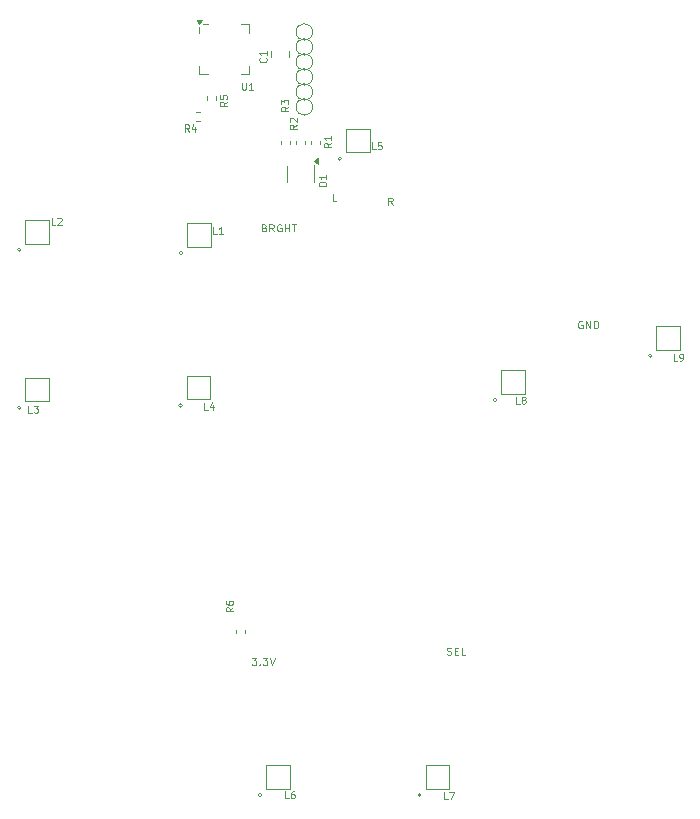
<source format=gbr>
%TF.GenerationSoftware,KiCad,Pcbnew,8.0.2*%
%TF.CreationDate,2024-11-22T12:12:35-08:00*%
%TF.ProjectId,retroglow_sp,72657472-6f67-46c6-9f77-5f73702e6b69,rev?*%
%TF.SameCoordinates,Original*%
%TF.FileFunction,Legend,Top*%
%TF.FilePolarity,Positive*%
%FSLAX46Y46*%
G04 Gerber Fmt 4.6, Leading zero omitted, Abs format (unit mm)*
G04 Created by KiCad (PCBNEW 8.0.2) date 2024-11-22 12:12:35*
%MOMM*%
%LPD*%
G01*
G04 APERTURE LIST*
%ADD10C,0.100000*%
%ADD11C,0.120000*%
G04 APERTURE END LIST*
D10*
X235237042Y-112769029D02*
X235329899Y-112797601D01*
X235329899Y-112797601D02*
X235360852Y-112826172D01*
X235360852Y-112826172D02*
X235391804Y-112883315D01*
X235391804Y-112883315D02*
X235391804Y-112969029D01*
X235391804Y-112969029D02*
X235360852Y-113026172D01*
X235360852Y-113026172D02*
X235329899Y-113054744D01*
X235329899Y-113054744D02*
X235267994Y-113083315D01*
X235267994Y-113083315D02*
X235020375Y-113083315D01*
X235020375Y-113083315D02*
X235020375Y-112483315D01*
X235020375Y-112483315D02*
X235237042Y-112483315D01*
X235237042Y-112483315D02*
X235298947Y-112511886D01*
X235298947Y-112511886D02*
X235329899Y-112540458D01*
X235329899Y-112540458D02*
X235360852Y-112597601D01*
X235360852Y-112597601D02*
X235360852Y-112654744D01*
X235360852Y-112654744D02*
X235329899Y-112711886D01*
X235329899Y-112711886D02*
X235298947Y-112740458D01*
X235298947Y-112740458D02*
X235237042Y-112769029D01*
X235237042Y-112769029D02*
X235020375Y-112769029D01*
X236041804Y-113083315D02*
X235825137Y-112797601D01*
X235670375Y-113083315D02*
X235670375Y-112483315D01*
X235670375Y-112483315D02*
X235917994Y-112483315D01*
X235917994Y-112483315D02*
X235979899Y-112511886D01*
X235979899Y-112511886D02*
X236010852Y-112540458D01*
X236010852Y-112540458D02*
X236041804Y-112597601D01*
X236041804Y-112597601D02*
X236041804Y-112683315D01*
X236041804Y-112683315D02*
X236010852Y-112740458D01*
X236010852Y-112740458D02*
X235979899Y-112769029D01*
X235979899Y-112769029D02*
X235917994Y-112797601D01*
X235917994Y-112797601D02*
X235670375Y-112797601D01*
X236660852Y-112511886D02*
X236598947Y-112483315D01*
X236598947Y-112483315D02*
X236506090Y-112483315D01*
X236506090Y-112483315D02*
X236413233Y-112511886D01*
X236413233Y-112511886D02*
X236351328Y-112569029D01*
X236351328Y-112569029D02*
X236320375Y-112626172D01*
X236320375Y-112626172D02*
X236289423Y-112740458D01*
X236289423Y-112740458D02*
X236289423Y-112826172D01*
X236289423Y-112826172D02*
X236320375Y-112940458D01*
X236320375Y-112940458D02*
X236351328Y-112997601D01*
X236351328Y-112997601D02*
X236413233Y-113054744D01*
X236413233Y-113054744D02*
X236506090Y-113083315D01*
X236506090Y-113083315D02*
X236567994Y-113083315D01*
X236567994Y-113083315D02*
X236660852Y-113054744D01*
X236660852Y-113054744D02*
X236691804Y-113026172D01*
X236691804Y-113026172D02*
X236691804Y-112826172D01*
X236691804Y-112826172D02*
X236567994Y-112826172D01*
X236970375Y-113083315D02*
X236970375Y-112483315D01*
X236970375Y-112769029D02*
X237341804Y-112769029D01*
X237341804Y-113083315D02*
X237341804Y-112483315D01*
X237558470Y-112483315D02*
X237929899Y-112483315D01*
X237744185Y-113083315D02*
X237744185Y-112483315D01*
X262160852Y-120711886D02*
X262098947Y-120683315D01*
X262098947Y-120683315D02*
X262006090Y-120683315D01*
X262006090Y-120683315D02*
X261913233Y-120711886D01*
X261913233Y-120711886D02*
X261851328Y-120769029D01*
X261851328Y-120769029D02*
X261820375Y-120826172D01*
X261820375Y-120826172D02*
X261789423Y-120940458D01*
X261789423Y-120940458D02*
X261789423Y-121026172D01*
X261789423Y-121026172D02*
X261820375Y-121140458D01*
X261820375Y-121140458D02*
X261851328Y-121197601D01*
X261851328Y-121197601D02*
X261913233Y-121254744D01*
X261913233Y-121254744D02*
X262006090Y-121283315D01*
X262006090Y-121283315D02*
X262067994Y-121283315D01*
X262067994Y-121283315D02*
X262160852Y-121254744D01*
X262160852Y-121254744D02*
X262191804Y-121226172D01*
X262191804Y-121226172D02*
X262191804Y-121026172D01*
X262191804Y-121026172D02*
X262067994Y-121026172D01*
X262470375Y-121283315D02*
X262470375Y-120683315D01*
X262470375Y-120683315D02*
X262841804Y-121283315D01*
X262841804Y-121283315D02*
X262841804Y-120683315D01*
X263151327Y-121283315D02*
X263151327Y-120683315D01*
X263151327Y-120683315D02*
X263306089Y-120683315D01*
X263306089Y-120683315D02*
X263398946Y-120711886D01*
X263398946Y-120711886D02*
X263460851Y-120769029D01*
X263460851Y-120769029D02*
X263491804Y-120826172D01*
X263491804Y-120826172D02*
X263522756Y-120940458D01*
X263522756Y-120940458D02*
X263522756Y-121026172D01*
X263522756Y-121026172D02*
X263491804Y-121140458D01*
X263491804Y-121140458D02*
X263460851Y-121197601D01*
X263460851Y-121197601D02*
X263398946Y-121254744D01*
X263398946Y-121254744D02*
X263306089Y-121283315D01*
X263306089Y-121283315D02*
X263151327Y-121283315D01*
X241329899Y-110533315D02*
X241020375Y-110533315D01*
X241020375Y-110533315D02*
X241020375Y-109933315D01*
X250689423Y-148904744D02*
X250782280Y-148933315D01*
X250782280Y-148933315D02*
X250937042Y-148933315D01*
X250937042Y-148933315D02*
X250998947Y-148904744D01*
X250998947Y-148904744D02*
X251029899Y-148876172D01*
X251029899Y-148876172D02*
X251060852Y-148819029D01*
X251060852Y-148819029D02*
X251060852Y-148761886D01*
X251060852Y-148761886D02*
X251029899Y-148704744D01*
X251029899Y-148704744D02*
X250998947Y-148676172D01*
X250998947Y-148676172D02*
X250937042Y-148647601D01*
X250937042Y-148647601D02*
X250813233Y-148619029D01*
X250813233Y-148619029D02*
X250751328Y-148590458D01*
X250751328Y-148590458D02*
X250720375Y-148561886D01*
X250720375Y-148561886D02*
X250689423Y-148504744D01*
X250689423Y-148504744D02*
X250689423Y-148447601D01*
X250689423Y-148447601D02*
X250720375Y-148390458D01*
X250720375Y-148390458D02*
X250751328Y-148361886D01*
X250751328Y-148361886D02*
X250813233Y-148333315D01*
X250813233Y-148333315D02*
X250967994Y-148333315D01*
X250967994Y-148333315D02*
X251060852Y-148361886D01*
X251339423Y-148619029D02*
X251556090Y-148619029D01*
X251648947Y-148933315D02*
X251339423Y-148933315D01*
X251339423Y-148933315D02*
X251339423Y-148333315D01*
X251339423Y-148333315D02*
X251648947Y-148333315D01*
X252237042Y-148933315D02*
X251927518Y-148933315D01*
X251927518Y-148933315D02*
X251927518Y-148333315D01*
X246091804Y-110833315D02*
X245875137Y-110547601D01*
X245720375Y-110833315D02*
X245720375Y-110233315D01*
X245720375Y-110233315D02*
X245967994Y-110233315D01*
X245967994Y-110233315D02*
X246029899Y-110261886D01*
X246029899Y-110261886D02*
X246060852Y-110290458D01*
X246060852Y-110290458D02*
X246091804Y-110347601D01*
X246091804Y-110347601D02*
X246091804Y-110433315D01*
X246091804Y-110433315D02*
X246060852Y-110490458D01*
X246060852Y-110490458D02*
X246029899Y-110519029D01*
X246029899Y-110519029D02*
X245967994Y-110547601D01*
X245967994Y-110547601D02*
X245720375Y-110547601D01*
X234158471Y-149183315D02*
X234560852Y-149183315D01*
X234560852Y-149183315D02*
X234344185Y-149411886D01*
X234344185Y-149411886D02*
X234437042Y-149411886D01*
X234437042Y-149411886D02*
X234498947Y-149440458D01*
X234498947Y-149440458D02*
X234529899Y-149469029D01*
X234529899Y-149469029D02*
X234560852Y-149526172D01*
X234560852Y-149526172D02*
X234560852Y-149669029D01*
X234560852Y-149669029D02*
X234529899Y-149726172D01*
X234529899Y-149726172D02*
X234498947Y-149754744D01*
X234498947Y-149754744D02*
X234437042Y-149783315D01*
X234437042Y-149783315D02*
X234251328Y-149783315D01*
X234251328Y-149783315D02*
X234189423Y-149754744D01*
X234189423Y-149754744D02*
X234158471Y-149726172D01*
X234839423Y-149726172D02*
X234870376Y-149754744D01*
X234870376Y-149754744D02*
X234839423Y-149783315D01*
X234839423Y-149783315D02*
X234808471Y-149754744D01*
X234808471Y-149754744D02*
X234839423Y-149726172D01*
X234839423Y-149726172D02*
X234839423Y-149783315D01*
X235087043Y-149183315D02*
X235489424Y-149183315D01*
X235489424Y-149183315D02*
X235272757Y-149411886D01*
X235272757Y-149411886D02*
X235365614Y-149411886D01*
X235365614Y-149411886D02*
X235427519Y-149440458D01*
X235427519Y-149440458D02*
X235458471Y-149469029D01*
X235458471Y-149469029D02*
X235489424Y-149526172D01*
X235489424Y-149526172D02*
X235489424Y-149669029D01*
X235489424Y-149669029D02*
X235458471Y-149726172D01*
X235458471Y-149726172D02*
X235427519Y-149754744D01*
X235427519Y-149754744D02*
X235365614Y-149783315D01*
X235365614Y-149783315D02*
X235179900Y-149783315D01*
X235179900Y-149783315D02*
X235117995Y-149754744D01*
X235117995Y-149754744D02*
X235087043Y-149726172D01*
X235675138Y-149183315D02*
X235891805Y-149783315D01*
X235891805Y-149783315D02*
X236108472Y-149183315D01*
X240872196Y-105611943D02*
X240586482Y-105811943D01*
X240872196Y-105954800D02*
X240272196Y-105954800D01*
X240272196Y-105954800D02*
X240272196Y-105726229D01*
X240272196Y-105726229D02*
X240300767Y-105669086D01*
X240300767Y-105669086D02*
X240329339Y-105640515D01*
X240329339Y-105640515D02*
X240386482Y-105611943D01*
X240386482Y-105611943D02*
X240472196Y-105611943D01*
X240472196Y-105611943D02*
X240529339Y-105640515D01*
X240529339Y-105640515D02*
X240557910Y-105669086D01*
X240557910Y-105669086D02*
X240586482Y-105726229D01*
X240586482Y-105726229D02*
X240586482Y-105954800D01*
X240872196Y-105040515D02*
X240872196Y-105383372D01*
X240872196Y-105211943D02*
X240272196Y-105211943D01*
X240272196Y-105211943D02*
X240357910Y-105269086D01*
X240357910Y-105269086D02*
X240415053Y-105326229D01*
X240415053Y-105326229D02*
X240443625Y-105383372D01*
X240472196Y-109204800D02*
X239872196Y-109204800D01*
X239872196Y-109204800D02*
X239872196Y-109061943D01*
X239872196Y-109061943D02*
X239900767Y-108976229D01*
X239900767Y-108976229D02*
X239957910Y-108919086D01*
X239957910Y-108919086D02*
X240015053Y-108890515D01*
X240015053Y-108890515D02*
X240129339Y-108861943D01*
X240129339Y-108861943D02*
X240215053Y-108861943D01*
X240215053Y-108861943D02*
X240329339Y-108890515D01*
X240329339Y-108890515D02*
X240386482Y-108919086D01*
X240386482Y-108919086D02*
X240443625Y-108976229D01*
X240443625Y-108976229D02*
X240472196Y-109061943D01*
X240472196Y-109061943D02*
X240472196Y-109204800D01*
X240472196Y-108290515D02*
X240472196Y-108633372D01*
X240472196Y-108461943D02*
X239872196Y-108461943D01*
X239872196Y-108461943D02*
X239957910Y-108519086D01*
X239957910Y-108519086D02*
X240015053Y-108576229D01*
X240015053Y-108576229D02*
X240043625Y-108633372D01*
X230449825Y-128184315D02*
X230164111Y-128184315D01*
X230164111Y-128184315D02*
X230164111Y-127584315D01*
X230906968Y-127784315D02*
X230906968Y-128184315D01*
X230764110Y-127555744D02*
X230621253Y-127984315D01*
X230621253Y-127984315D02*
X230992682Y-127984315D01*
X228849825Y-104634315D02*
X228649825Y-104348601D01*
X228506968Y-104634315D02*
X228506968Y-104034315D01*
X228506968Y-104034315D02*
X228735539Y-104034315D01*
X228735539Y-104034315D02*
X228792682Y-104062886D01*
X228792682Y-104062886D02*
X228821253Y-104091458D01*
X228821253Y-104091458D02*
X228849825Y-104148601D01*
X228849825Y-104148601D02*
X228849825Y-104234315D01*
X228849825Y-104234315D02*
X228821253Y-104291458D01*
X228821253Y-104291458D02*
X228792682Y-104320029D01*
X228792682Y-104320029D02*
X228735539Y-104348601D01*
X228735539Y-104348601D02*
X228506968Y-104348601D01*
X229364111Y-104234315D02*
X229364111Y-104634315D01*
X229221253Y-104005744D02*
X229078396Y-104434315D01*
X229078396Y-104434315D02*
X229449825Y-104434315D01*
X244649825Y-106134315D02*
X244364111Y-106134315D01*
X244364111Y-106134315D02*
X244364111Y-105534315D01*
X245135539Y-105534315D02*
X244849825Y-105534315D01*
X244849825Y-105534315D02*
X244821253Y-105820029D01*
X244821253Y-105820029D02*
X244849825Y-105791458D01*
X244849825Y-105791458D02*
X244906968Y-105762886D01*
X244906968Y-105762886D02*
X245049825Y-105762886D01*
X245049825Y-105762886D02*
X245106968Y-105791458D01*
X245106968Y-105791458D02*
X245135539Y-105820029D01*
X245135539Y-105820029D02*
X245164110Y-105877172D01*
X245164110Y-105877172D02*
X245164110Y-106020029D01*
X245164110Y-106020029D02*
X245135539Y-106077172D01*
X245135539Y-106077172D02*
X245106968Y-106105744D01*
X245106968Y-106105744D02*
X245049825Y-106134315D01*
X245049825Y-106134315D02*
X244906968Y-106134315D01*
X244906968Y-106134315D02*
X244849825Y-106105744D01*
X244849825Y-106105744D02*
X244821253Y-106077172D01*
X250749825Y-161134315D02*
X250464111Y-161134315D01*
X250464111Y-161134315D02*
X250464111Y-160534315D01*
X250892682Y-160534315D02*
X251292682Y-160534315D01*
X251292682Y-160534315D02*
X251035539Y-161134315D01*
X235365053Y-98411943D02*
X235393625Y-98440515D01*
X235393625Y-98440515D02*
X235422196Y-98526229D01*
X235422196Y-98526229D02*
X235422196Y-98583372D01*
X235422196Y-98583372D02*
X235393625Y-98669086D01*
X235393625Y-98669086D02*
X235336482Y-98726229D01*
X235336482Y-98726229D02*
X235279339Y-98754800D01*
X235279339Y-98754800D02*
X235165053Y-98783372D01*
X235165053Y-98783372D02*
X235079339Y-98783372D01*
X235079339Y-98783372D02*
X234965053Y-98754800D01*
X234965053Y-98754800D02*
X234907910Y-98726229D01*
X234907910Y-98726229D02*
X234850767Y-98669086D01*
X234850767Y-98669086D02*
X234822196Y-98583372D01*
X234822196Y-98583372D02*
X234822196Y-98526229D01*
X234822196Y-98526229D02*
X234850767Y-98440515D01*
X234850767Y-98440515D02*
X234879339Y-98411943D01*
X235422196Y-97840515D02*
X235422196Y-98183372D01*
X235422196Y-98011943D02*
X234822196Y-98011943D01*
X234822196Y-98011943D02*
X234907910Y-98069086D01*
X234907910Y-98069086D02*
X234965053Y-98126229D01*
X234965053Y-98126229D02*
X234993625Y-98183372D01*
X233342682Y-100484315D02*
X233342682Y-100970029D01*
X233342682Y-100970029D02*
X233371253Y-101027172D01*
X233371253Y-101027172D02*
X233399825Y-101055744D01*
X233399825Y-101055744D02*
X233456967Y-101084315D01*
X233456967Y-101084315D02*
X233571253Y-101084315D01*
X233571253Y-101084315D02*
X233628396Y-101055744D01*
X233628396Y-101055744D02*
X233656967Y-101027172D01*
X233656967Y-101027172D02*
X233685539Y-100970029D01*
X233685539Y-100970029D02*
X233685539Y-100484315D01*
X234285538Y-101084315D02*
X233942681Y-101084315D01*
X234114110Y-101084315D02*
X234114110Y-100484315D01*
X234114110Y-100484315D02*
X234056967Y-100570029D01*
X234056967Y-100570029D02*
X233999824Y-100627172D01*
X233999824Y-100627172D02*
X233942681Y-100655744D01*
X215549825Y-128434315D02*
X215264111Y-128434315D01*
X215264111Y-128434315D02*
X215264111Y-127834315D01*
X215692682Y-127834315D02*
X216064110Y-127834315D01*
X216064110Y-127834315D02*
X215864110Y-128062886D01*
X215864110Y-128062886D02*
X215949825Y-128062886D01*
X215949825Y-128062886D02*
X216006968Y-128091458D01*
X216006968Y-128091458D02*
X216035539Y-128120029D01*
X216035539Y-128120029D02*
X216064110Y-128177172D01*
X216064110Y-128177172D02*
X216064110Y-128320029D01*
X216064110Y-128320029D02*
X216035539Y-128377172D01*
X216035539Y-128377172D02*
X216006968Y-128405744D01*
X216006968Y-128405744D02*
X215949825Y-128434315D01*
X215949825Y-128434315D02*
X215778396Y-128434315D01*
X215778396Y-128434315D02*
X215721253Y-128405744D01*
X215721253Y-128405744D02*
X215692682Y-128377172D01*
X237272196Y-102511943D02*
X236986482Y-102711943D01*
X237272196Y-102854800D02*
X236672196Y-102854800D01*
X236672196Y-102854800D02*
X236672196Y-102626229D01*
X236672196Y-102626229D02*
X236700767Y-102569086D01*
X236700767Y-102569086D02*
X236729339Y-102540515D01*
X236729339Y-102540515D02*
X236786482Y-102511943D01*
X236786482Y-102511943D02*
X236872196Y-102511943D01*
X236872196Y-102511943D02*
X236929339Y-102540515D01*
X236929339Y-102540515D02*
X236957910Y-102569086D01*
X236957910Y-102569086D02*
X236986482Y-102626229D01*
X236986482Y-102626229D02*
X236986482Y-102854800D01*
X236672196Y-102311943D02*
X236672196Y-101940515D01*
X236672196Y-101940515D02*
X236900767Y-102140515D01*
X236900767Y-102140515D02*
X236900767Y-102054800D01*
X236900767Y-102054800D02*
X236929339Y-101997658D01*
X236929339Y-101997658D02*
X236957910Y-101969086D01*
X236957910Y-101969086D02*
X237015053Y-101940515D01*
X237015053Y-101940515D02*
X237157910Y-101940515D01*
X237157910Y-101940515D02*
X237215053Y-101969086D01*
X237215053Y-101969086D02*
X237243625Y-101997658D01*
X237243625Y-101997658D02*
X237272196Y-102054800D01*
X237272196Y-102054800D02*
X237272196Y-102226229D01*
X237272196Y-102226229D02*
X237243625Y-102283372D01*
X237243625Y-102283372D02*
X237215053Y-102311943D01*
X232572196Y-144911943D02*
X232286482Y-145111943D01*
X232572196Y-145254800D02*
X231972196Y-145254800D01*
X231972196Y-145254800D02*
X231972196Y-145026229D01*
X231972196Y-145026229D02*
X232000767Y-144969086D01*
X232000767Y-144969086D02*
X232029339Y-144940515D01*
X232029339Y-144940515D02*
X232086482Y-144911943D01*
X232086482Y-144911943D02*
X232172196Y-144911943D01*
X232172196Y-144911943D02*
X232229339Y-144940515D01*
X232229339Y-144940515D02*
X232257910Y-144969086D01*
X232257910Y-144969086D02*
X232286482Y-145026229D01*
X232286482Y-145026229D02*
X232286482Y-145254800D01*
X231972196Y-144397658D02*
X231972196Y-144511943D01*
X231972196Y-144511943D02*
X232000767Y-144569086D01*
X232000767Y-144569086D02*
X232029339Y-144597658D01*
X232029339Y-144597658D02*
X232115053Y-144654800D01*
X232115053Y-144654800D02*
X232229339Y-144683372D01*
X232229339Y-144683372D02*
X232457910Y-144683372D01*
X232457910Y-144683372D02*
X232515053Y-144654800D01*
X232515053Y-144654800D02*
X232543625Y-144626229D01*
X232543625Y-144626229D02*
X232572196Y-144569086D01*
X232572196Y-144569086D02*
X232572196Y-144454800D01*
X232572196Y-144454800D02*
X232543625Y-144397658D01*
X232543625Y-144397658D02*
X232515053Y-144369086D01*
X232515053Y-144369086D02*
X232457910Y-144340515D01*
X232457910Y-144340515D02*
X232315053Y-144340515D01*
X232315053Y-144340515D02*
X232257910Y-144369086D01*
X232257910Y-144369086D02*
X232229339Y-144397658D01*
X232229339Y-144397658D02*
X232200767Y-144454800D01*
X232200767Y-144454800D02*
X232200767Y-144569086D01*
X232200767Y-144569086D02*
X232229339Y-144626229D01*
X232229339Y-144626229D02*
X232257910Y-144654800D01*
X232257910Y-144654800D02*
X232315053Y-144683372D01*
X231199825Y-113284315D02*
X230914111Y-113284315D01*
X230914111Y-113284315D02*
X230914111Y-112684315D01*
X231714110Y-113284315D02*
X231371253Y-113284315D01*
X231542682Y-113284315D02*
X231542682Y-112684315D01*
X231542682Y-112684315D02*
X231485539Y-112770029D01*
X231485539Y-112770029D02*
X231428396Y-112827172D01*
X231428396Y-112827172D02*
X231371253Y-112855744D01*
X270199825Y-124034315D02*
X269914111Y-124034315D01*
X269914111Y-124034315D02*
X269914111Y-123434315D01*
X270428396Y-124034315D02*
X270542682Y-124034315D01*
X270542682Y-124034315D02*
X270599825Y-124005744D01*
X270599825Y-124005744D02*
X270628396Y-123977172D01*
X270628396Y-123977172D02*
X270685539Y-123891458D01*
X270685539Y-123891458D02*
X270714110Y-123777172D01*
X270714110Y-123777172D02*
X270714110Y-123548601D01*
X270714110Y-123548601D02*
X270685539Y-123491458D01*
X270685539Y-123491458D02*
X270656968Y-123462886D01*
X270656968Y-123462886D02*
X270599825Y-123434315D01*
X270599825Y-123434315D02*
X270485539Y-123434315D01*
X270485539Y-123434315D02*
X270428396Y-123462886D01*
X270428396Y-123462886D02*
X270399825Y-123491458D01*
X270399825Y-123491458D02*
X270371253Y-123548601D01*
X270371253Y-123548601D02*
X270371253Y-123691458D01*
X270371253Y-123691458D02*
X270399825Y-123748601D01*
X270399825Y-123748601D02*
X270428396Y-123777172D01*
X270428396Y-123777172D02*
X270485539Y-123805744D01*
X270485539Y-123805744D02*
X270599825Y-123805744D01*
X270599825Y-123805744D02*
X270656968Y-123777172D01*
X270656968Y-123777172D02*
X270685539Y-123748601D01*
X270685539Y-123748601D02*
X270714110Y-123691458D01*
X232072196Y-102111943D02*
X231786482Y-102311943D01*
X232072196Y-102454800D02*
X231472196Y-102454800D01*
X231472196Y-102454800D02*
X231472196Y-102226229D01*
X231472196Y-102226229D02*
X231500767Y-102169086D01*
X231500767Y-102169086D02*
X231529339Y-102140515D01*
X231529339Y-102140515D02*
X231586482Y-102111943D01*
X231586482Y-102111943D02*
X231672196Y-102111943D01*
X231672196Y-102111943D02*
X231729339Y-102140515D01*
X231729339Y-102140515D02*
X231757910Y-102169086D01*
X231757910Y-102169086D02*
X231786482Y-102226229D01*
X231786482Y-102226229D02*
X231786482Y-102454800D01*
X231472196Y-101569086D02*
X231472196Y-101854800D01*
X231472196Y-101854800D02*
X231757910Y-101883372D01*
X231757910Y-101883372D02*
X231729339Y-101854800D01*
X231729339Y-101854800D02*
X231700767Y-101797658D01*
X231700767Y-101797658D02*
X231700767Y-101654800D01*
X231700767Y-101654800D02*
X231729339Y-101597658D01*
X231729339Y-101597658D02*
X231757910Y-101569086D01*
X231757910Y-101569086D02*
X231815053Y-101540515D01*
X231815053Y-101540515D02*
X231957910Y-101540515D01*
X231957910Y-101540515D02*
X232015053Y-101569086D01*
X232015053Y-101569086D02*
X232043625Y-101597658D01*
X232043625Y-101597658D02*
X232072196Y-101654800D01*
X232072196Y-101654800D02*
X232072196Y-101797658D01*
X232072196Y-101797658D02*
X232043625Y-101854800D01*
X232043625Y-101854800D02*
X232015053Y-101883372D01*
X256849825Y-127684315D02*
X256564111Y-127684315D01*
X256564111Y-127684315D02*
X256564111Y-127084315D01*
X257135539Y-127341458D02*
X257078396Y-127312886D01*
X257078396Y-127312886D02*
X257049825Y-127284315D01*
X257049825Y-127284315D02*
X257021253Y-127227172D01*
X257021253Y-127227172D02*
X257021253Y-127198601D01*
X257021253Y-127198601D02*
X257049825Y-127141458D01*
X257049825Y-127141458D02*
X257078396Y-127112886D01*
X257078396Y-127112886D02*
X257135539Y-127084315D01*
X257135539Y-127084315D02*
X257249825Y-127084315D01*
X257249825Y-127084315D02*
X257306968Y-127112886D01*
X257306968Y-127112886D02*
X257335539Y-127141458D01*
X257335539Y-127141458D02*
X257364110Y-127198601D01*
X257364110Y-127198601D02*
X257364110Y-127227172D01*
X257364110Y-127227172D02*
X257335539Y-127284315D01*
X257335539Y-127284315D02*
X257306968Y-127312886D01*
X257306968Y-127312886D02*
X257249825Y-127341458D01*
X257249825Y-127341458D02*
X257135539Y-127341458D01*
X257135539Y-127341458D02*
X257078396Y-127370029D01*
X257078396Y-127370029D02*
X257049825Y-127398601D01*
X257049825Y-127398601D02*
X257021253Y-127455744D01*
X257021253Y-127455744D02*
X257021253Y-127570029D01*
X257021253Y-127570029D02*
X257049825Y-127627172D01*
X257049825Y-127627172D02*
X257078396Y-127655744D01*
X257078396Y-127655744D02*
X257135539Y-127684315D01*
X257135539Y-127684315D02*
X257249825Y-127684315D01*
X257249825Y-127684315D02*
X257306968Y-127655744D01*
X257306968Y-127655744D02*
X257335539Y-127627172D01*
X257335539Y-127627172D02*
X257364110Y-127570029D01*
X257364110Y-127570029D02*
X257364110Y-127455744D01*
X257364110Y-127455744D02*
X257335539Y-127398601D01*
X257335539Y-127398601D02*
X257306968Y-127370029D01*
X257306968Y-127370029D02*
X257249825Y-127341458D01*
X217549825Y-112534315D02*
X217264111Y-112534315D01*
X217264111Y-112534315D02*
X217264111Y-111934315D01*
X217721253Y-111991458D02*
X217749825Y-111962886D01*
X217749825Y-111962886D02*
X217806968Y-111934315D01*
X217806968Y-111934315D02*
X217949825Y-111934315D01*
X217949825Y-111934315D02*
X218006968Y-111962886D01*
X218006968Y-111962886D02*
X218035539Y-111991458D01*
X218035539Y-111991458D02*
X218064110Y-112048601D01*
X218064110Y-112048601D02*
X218064110Y-112105744D01*
X218064110Y-112105744D02*
X218035539Y-112191458D01*
X218035539Y-112191458D02*
X217692682Y-112534315D01*
X217692682Y-112534315D02*
X218064110Y-112534315D01*
X237299825Y-161084315D02*
X237014111Y-161084315D01*
X237014111Y-161084315D02*
X237014111Y-160484315D01*
X237756968Y-160484315D02*
X237642682Y-160484315D01*
X237642682Y-160484315D02*
X237585539Y-160512886D01*
X237585539Y-160512886D02*
X237556968Y-160541458D01*
X237556968Y-160541458D02*
X237499825Y-160627172D01*
X237499825Y-160627172D02*
X237471253Y-160741458D01*
X237471253Y-160741458D02*
X237471253Y-160970029D01*
X237471253Y-160970029D02*
X237499825Y-161027172D01*
X237499825Y-161027172D02*
X237528396Y-161055744D01*
X237528396Y-161055744D02*
X237585539Y-161084315D01*
X237585539Y-161084315D02*
X237699825Y-161084315D01*
X237699825Y-161084315D02*
X237756968Y-161055744D01*
X237756968Y-161055744D02*
X237785539Y-161027172D01*
X237785539Y-161027172D02*
X237814110Y-160970029D01*
X237814110Y-160970029D02*
X237814110Y-160827172D01*
X237814110Y-160827172D02*
X237785539Y-160770029D01*
X237785539Y-160770029D02*
X237756968Y-160741458D01*
X237756968Y-160741458D02*
X237699825Y-160712886D01*
X237699825Y-160712886D02*
X237585539Y-160712886D01*
X237585539Y-160712886D02*
X237528396Y-160741458D01*
X237528396Y-160741458D02*
X237499825Y-160770029D01*
X237499825Y-160770029D02*
X237471253Y-160827172D01*
X237972196Y-104061943D02*
X237686482Y-104261943D01*
X237972196Y-104404800D02*
X237372196Y-104404800D01*
X237372196Y-104404800D02*
X237372196Y-104176229D01*
X237372196Y-104176229D02*
X237400767Y-104119086D01*
X237400767Y-104119086D02*
X237429339Y-104090515D01*
X237429339Y-104090515D02*
X237486482Y-104061943D01*
X237486482Y-104061943D02*
X237572196Y-104061943D01*
X237572196Y-104061943D02*
X237629339Y-104090515D01*
X237629339Y-104090515D02*
X237657910Y-104119086D01*
X237657910Y-104119086D02*
X237686482Y-104176229D01*
X237686482Y-104176229D02*
X237686482Y-104404800D01*
X237429339Y-103833372D02*
X237400767Y-103804800D01*
X237400767Y-103804800D02*
X237372196Y-103747658D01*
X237372196Y-103747658D02*
X237372196Y-103604800D01*
X237372196Y-103604800D02*
X237400767Y-103547658D01*
X237400767Y-103547658D02*
X237429339Y-103519086D01*
X237429339Y-103519086D02*
X237486482Y-103490515D01*
X237486482Y-103490515D02*
X237543625Y-103490515D01*
X237543625Y-103490515D02*
X237629339Y-103519086D01*
X237629339Y-103519086D02*
X237972196Y-103861943D01*
X237972196Y-103861943D02*
X237972196Y-103490515D01*
D11*
%TO.C,R1*%
X239219825Y-105408303D02*
X239219825Y-105715585D01*
X239979825Y-105408303D02*
X239979825Y-105715585D01*
%TO.C,D1*%
X237139825Y-107511944D02*
X237139825Y-108911944D01*
X239459825Y-107501944D02*
X239459825Y-108911944D01*
X239739825Y-107371944D02*
X239409825Y-107131944D01*
X239739825Y-106891944D01*
X239739825Y-107371944D01*
G36*
X239739825Y-107371944D02*
G01*
X239409825Y-107131944D01*
X239739825Y-106891944D01*
X239739825Y-107371944D01*
G37*
%TO.C,L4*%
X228667484Y-125310784D02*
X230667484Y-125310784D01*
X228667484Y-127310784D02*
X228667484Y-125310784D01*
X230667484Y-125310784D02*
X230667484Y-127310784D01*
X230667484Y-127310784D02*
X228667484Y-127310784D01*
X228295218Y-127834784D02*
G75*
G02*
X227991750Y-127834784I-151734J0D01*
G01*
X227991750Y-127834784D02*
G75*
G02*
X228295218Y-127834784I151734J0D01*
G01*
%TO.C,TP5*%
X239317485Y-101275784D02*
G75*
G02*
X237917485Y-101275784I-700000J0D01*
G01*
X237917485Y-101275784D02*
G75*
G02*
X239317485Y-101275784I700000J0D01*
G01*
%TO.C,R4*%
X229753466Y-102981944D02*
X229446184Y-102981944D01*
X229753466Y-103741944D02*
X229446184Y-103741944D01*
%TO.C,L5*%
X242147485Y-104390784D02*
X244147485Y-104390784D01*
X242147485Y-106390784D02*
X242147485Y-104390784D01*
X244147485Y-104390784D02*
X244147485Y-106390784D01*
X244147485Y-106390784D02*
X242147485Y-106390784D01*
X241775219Y-106914784D02*
G75*
G02*
X241471751Y-106914784I-151734J0D01*
G01*
X241471751Y-106914784D02*
G75*
G02*
X241775219Y-106914784I151734J0D01*
G01*
%TO.C,L7*%
X248887485Y-158270784D02*
X250887485Y-158270784D01*
X248887485Y-160270784D02*
X248887485Y-158270784D01*
X250887485Y-158270784D02*
X250887485Y-160270784D01*
X250887485Y-160270784D02*
X248887485Y-160270784D01*
X248515219Y-160794784D02*
G75*
G02*
X248211751Y-160794784I-151734J0D01*
G01*
X248211751Y-160794784D02*
G75*
G02*
X248515219Y-160794784I151734J0D01*
G01*
%TO.C,C1*%
X235814825Y-97800692D02*
X235814825Y-98323196D01*
X237284825Y-97800692D02*
X237284825Y-98323196D01*
%TO.C,U1*%
X229739825Y-96276944D02*
X229739825Y-95791944D01*
X229739825Y-99771944D02*
X229739825Y-99046944D01*
X230464825Y-95551944D02*
X230039825Y-95551944D01*
X230464825Y-99771944D02*
X229739825Y-99771944D01*
X233234825Y-95551944D02*
X233959825Y-95551944D01*
X233234825Y-99771944D02*
X233959825Y-99771944D01*
X233959825Y-95551944D02*
X233959825Y-96276944D01*
X233959825Y-99771944D02*
X233959825Y-99046944D01*
X229739825Y-95551944D02*
X229499825Y-95221944D01*
X229979825Y-95221944D01*
X229739825Y-95551944D01*
G36*
X229739825Y-95551944D02*
G01*
X229499825Y-95221944D01*
X229979825Y-95221944D01*
X229739825Y-95551944D01*
G37*
%TO.C,TP6*%
X239317485Y-102545784D02*
G75*
G02*
X237917485Y-102545784I-700000J0D01*
G01*
X237917485Y-102545784D02*
G75*
G02*
X239317485Y-102545784I700000J0D01*
G01*
%TO.C,L3*%
X215002483Y-125475784D02*
X217002483Y-125475784D01*
X215002483Y-127475784D02*
X215002483Y-125475784D01*
X217002483Y-125475784D02*
X217002483Y-127475784D01*
X217002483Y-127475784D02*
X215002483Y-127475784D01*
X214630217Y-127999784D02*
G75*
G02*
X214326749Y-127999784I-151734J0D01*
G01*
X214326749Y-127999784D02*
G75*
G02*
X214630217Y-127999784I151734J0D01*
G01*
%TO.C,R3*%
X236669825Y-105715585D02*
X236669825Y-105408303D01*
X237429825Y-105715585D02*
X237429825Y-105408303D01*
%TO.C,TP1*%
X239317485Y-96195784D02*
G75*
G02*
X237917485Y-96195784I-700000J0D01*
G01*
X237917485Y-96195784D02*
G75*
G02*
X239317485Y-96195784I700000J0D01*
G01*
%TO.C,TP2*%
X239317485Y-97465784D02*
G75*
G02*
X237917485Y-97465784I-700000J0D01*
G01*
X237917485Y-97465784D02*
G75*
G02*
X239317485Y-97465784I700000J0D01*
G01*
%TO.C,R6*%
X232869825Y-147115585D02*
X232869825Y-146808303D01*
X233629825Y-147115585D02*
X233629825Y-146808303D01*
%TO.C,L1*%
X228687484Y-112390784D02*
X230687484Y-112390784D01*
X228687484Y-114390784D02*
X228687484Y-112390784D01*
X230687484Y-112390784D02*
X230687484Y-114390784D01*
X230687484Y-114390784D02*
X228687484Y-114390784D01*
X228315218Y-114914784D02*
G75*
G02*
X228011750Y-114914784I-151734J0D01*
G01*
X228011750Y-114914784D02*
G75*
G02*
X228315218Y-114914784I151734J0D01*
G01*
%TO.C,L9*%
X268427485Y-121094784D02*
X270427485Y-121094784D01*
X268427485Y-123094784D02*
X268427485Y-121094784D01*
X270427485Y-121094784D02*
X270427485Y-123094784D01*
X270427485Y-123094784D02*
X268427485Y-123094784D01*
X268055219Y-123618784D02*
G75*
G02*
X267751751Y-123618784I-151734J0D01*
G01*
X267751751Y-123618784D02*
G75*
G02*
X268055219Y-123618784I151734J0D01*
G01*
%TO.C,R5*%
X230369825Y-101658303D02*
X230369825Y-101965585D01*
X231129825Y-101658303D02*
X231129825Y-101965585D01*
%TO.C,L8*%
X255292485Y-124855784D02*
X257292485Y-124855784D01*
X255292485Y-126855784D02*
X255292485Y-124855784D01*
X257292485Y-124855784D02*
X257292485Y-126855784D01*
X257292485Y-126855784D02*
X255292485Y-126855784D01*
X254920219Y-127379784D02*
G75*
G02*
X254616751Y-127379784I-151734J0D01*
G01*
X254616751Y-127379784D02*
G75*
G02*
X254920219Y-127379784I151734J0D01*
G01*
%TO.C,L2*%
X215007484Y-112120784D02*
X217007484Y-112120784D01*
X215007484Y-114120784D02*
X215007484Y-112120784D01*
X217007484Y-112120784D02*
X217007484Y-114120784D01*
X217007484Y-114120784D02*
X215007484Y-114120784D01*
X214635218Y-114644784D02*
G75*
G02*
X214331750Y-114644784I-151734J0D01*
G01*
X214331750Y-114644784D02*
G75*
G02*
X214635218Y-114644784I151734J0D01*
G01*
%TO.C,L6*%
X235412485Y-158275784D02*
X237412485Y-158275784D01*
X235412485Y-160275784D02*
X235412485Y-158275784D01*
X237412485Y-158275784D02*
X237412485Y-160275784D01*
X237412485Y-160275784D02*
X235412485Y-160275784D01*
X235040219Y-160799784D02*
G75*
G02*
X234736751Y-160799784I-151734J0D01*
G01*
X234736751Y-160799784D02*
G75*
G02*
X235040219Y-160799784I151734J0D01*
G01*
%TO.C,TP3*%
X239317485Y-98735784D02*
G75*
G02*
X237917485Y-98735784I-700000J0D01*
G01*
X237917485Y-98735784D02*
G75*
G02*
X239317485Y-98735784I700000J0D01*
G01*
%TO.C,R2*%
X237919825Y-105408303D02*
X237919825Y-105715585D01*
X238679825Y-105408303D02*
X238679825Y-105715585D01*
%TO.C,TP4*%
X239317485Y-100005784D02*
G75*
G02*
X237917485Y-100005784I-700000J0D01*
G01*
X237917485Y-100005784D02*
G75*
G02*
X239317485Y-100005784I700000J0D01*
G01*
%TD*%
M02*

</source>
